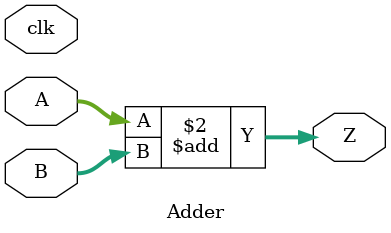
<source format=v>
`timescale 1ns / 1ps


module Adder(clk, A, B, Z);
    input clk;
    input [15:0] A, B;
    output reg [15:0] Z;
    
    always @(*)
        Z = A + B;
endmodule

</source>
